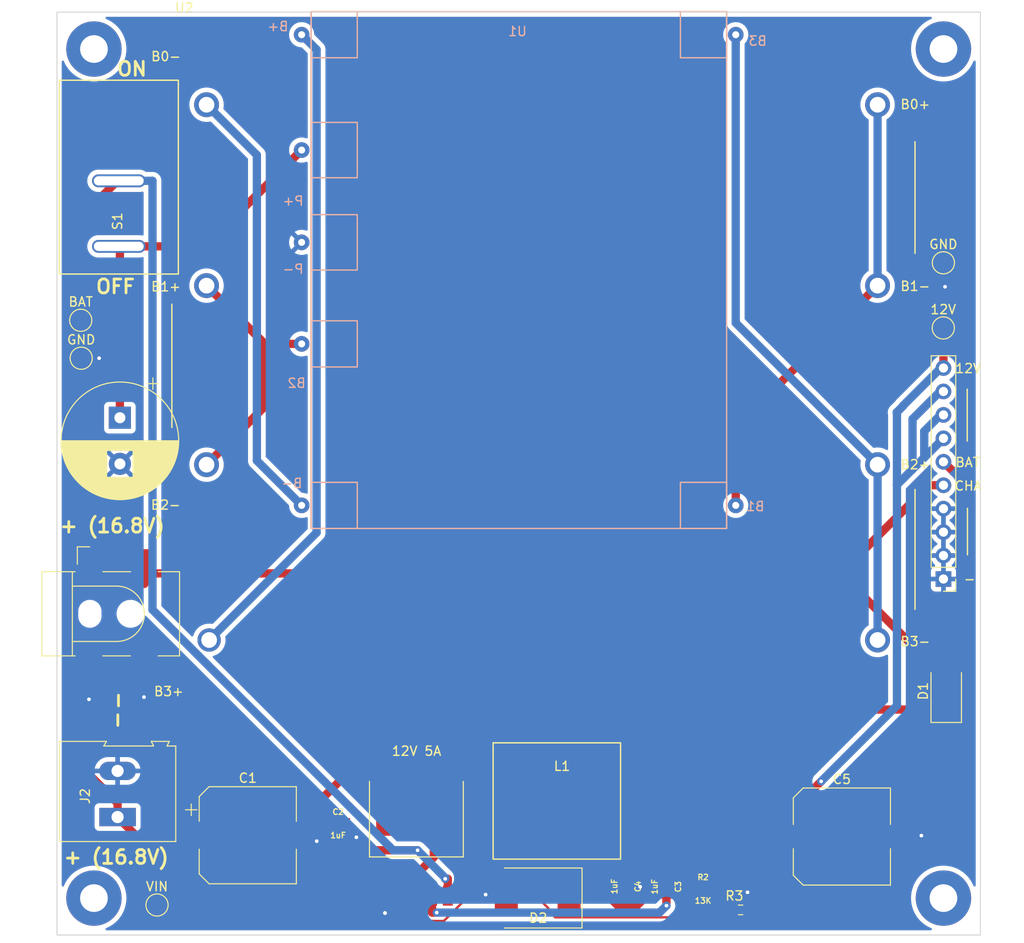
<source format=kicad_pcb>
(kicad_pcb (version 20211014) (generator pcbnew)
  (layers (0 "F.Cu" signal) (31 "B.Cu" signal) (34 "B.Paste" user) (35 "F.Paste" user) (36 "B.SilkS" user "B.Silkscreen") (37 "F.SilkS" user "F.Silkscreen") (38 "B.Mask" user) (39 "F.Mask" user) (44 "Edge.Cuts" user))
  (net 0 "")
  (net 1 "V_SENSE_BAT")
  (net 2 "GND")
  (net 3 "Net-(C3-Pad2)")
  (net 4 "Net-(C6-Pad1)")
  (net 5 "V_SENSE")
  (net 6 "Net-(D2-Pad1)")
  (net 7 "+12V")
  (net 8 "Net-(U1-Pad1)")
  (net 9 "Net-(U1-Pad2)")
  (net 10 "Net-(U1-Pad3)")
  (net 11 "Net-(U1-Pad4)")
  (net 12 "Net-(U1-Pad5)")
  (net 13 "Net-(R2-Pad2)")
  (footprint "TestPoint:TestPoint_Pad_D2.0mm" (layer "F.Cu") (at 95.99 27.16)
    (fp_text reference "GND" (at 0 -1.998) (layer "F.SilkS"))
    (fp_text value "TestPoint_Pad_D2.0mm")
    (pad "1" smd circle locked (at 0 0) (size 2 2) (layers "F.Cu" "F.Mask") (net 2 "GND"))
  )
  (footprint "Capacitors:0805" (layer "F.Cu") (at 66 94.77 -90)
    (fp_text reference "C3" (at 0 -1.27 90) (layer "F.SilkS") (effects (font (size 0.6096 0.6096) (thickness 0.127))))
    (fp_text value "1uF" (at 0 1.27 90) (layer "F.SilkS") (effects (font (size 0.6096 0.6096) (thickness 0.127))))
    (pad "1" smd rect locked (at -0.89916 0 270) (size 0.79756 1.19888) (layers "F.Cu" "F.Paste" "F.Mask") (net 1 "V_SENSE_BAT"))
    (pad "2" smd rect locked (at 0.89916 0 270) (size 0.79756 1.19888) (layers "F.Cu" "F.Paste" "F.Mask") (net 3 "Net-(C3-Pad2)"))
  )
  (footprint "Resistor_SMD:R_0603_1608Metric" (layer "F.Cu") (at 74.03 97.28)
    (fp_text reference "R3" (at -0.67 -1.52) (layer "F.SilkS"))
    (fp_text value "1.5K")
    (pad "1" smd roundrect locked (at -0.825 0) (size 0.8 0.95) (layers "F.Cu" "F.Paste" "F.Mask") (net 13 "Net-(R2-Pad2)"))
    (pad "2" smd roundrect locked (at 0.825 0) (size 0.8 0.95) (layers "F.Cu" "F.Paste" "F.Mask") (net 2 "GND"))
  )
  (footprint "Connector_BarrelJack:BarrelJack_CLIFF_FC681465S_SMT_Horizontal" (layer "F.Cu") (at 6.46 65.194)
    (fp_text reference "J1" hide)
    (fp_text value "Barrel_Jack_Switch")
    (pad "" np_thru_hole circle locked (at 1.5 0 90) (size 2 2) (drill 2) (layers *.Cu *.Mask))
    (pad "" np_thru_hole oval locked (at -2.9 0 90) (size 2 1.5) (drill oval 2 1.5) (layers *.Cu *.Mask))
    (pad "1" smd rect locked (at -3 -5.5 90) (size 3 2) (layers "F.Cu" "F.Paste" "F.Mask") (net 5 "V_SENSE"))
    (pad "1" smd rect locked (at 3 -5.5 90) (size 3 2) (layers "F.Cu" "F.Paste" "F.Mask") (net 5 "V_SENSE"))
    (pad "2" smd rect (at 3 5.5 90) (size 3 2) (layers "F.Cu" "F.Paste" "F.Mask") (net 2 "GND"))
    (pad "3" smd rect (at -3 5.5 90) (size 3 2) (layers "F.Cu" "F.Paste" "F.Mask") (net 2 "GND"))
  )
  (footprint "TestPoint:TestPoint_Pad_D2.0mm" (layer "F.Cu") (at 2.62 37.5)
    (fp_text reference "GND" (at 0 -1.998) (layer "F.SilkS"))
    (fp_text value "TestPoint_Pad_D2.0mm")
    (pad "1" smd circle locked (at 0 0) (size 2 2) (layers "F.Cu" "F.Mask") (net 2 "GND"))
  )
  (footprint "TestPoint:TestPoint_Pad_D2.0mm" (layer "F.Cu") (at 2.57 33.39)
    (fp_text reference "BAT" (at 0 -1.998) (layer "F.SilkS"))
    (fp_text value "TestPoint_Pad_D2.0mm")
    (pad "1" smd circle locked (at 0 0) (size 2 2) (layers "F.Cu" "F.Mask") (net 1 "V_SENSE_BAT"))
  )
  (footprint "Capacitors:0805" (layer "F.Cu") (at 61.64 94.7392 -90)
    (fp_text reference "C4" (at 0 -1.27 90) (layer "F.SilkS") (effects (font (size 0.6096 0.6096) (thickness 0.127))))
    (fp_text value "1uF" (at 0 1.27 90) (layer "F.SilkS") (effects (font (size 0.6096 0.6096) (thickness 0.127))))
    (pad "1" smd rect locked (at -0.89916 0 270) (size 0.79756 1.19888) (layers "F.Cu" "F.Paste" "F.Mask") (net 7 "+12V"))
    (pad "2" smd rect locked (at 0.89916 0 270) (size 0.79756 1.19888) (layers "F.Cu" "F.Paste" "F.Mask") (net 2 "GND"))
  )
  (footprint "MountingHole:MountingHole_3mm_Pad" (layer "F.Cu") (at 4 4)
    (fp_text reference "H2" hide)
    (fp_text value "MountingHole")
    (pad "1" thru_hole circle locked (at 0 0) (size 6 6) (drill 3) (layers *.Cu *.Mask))
  )
  (footprint "Diode_SMD:D_SMC" (layer "F.Cu") (at 52.06 95.99 180)
    (fp_text reference "D2" (at -0.05 -2.17) (layer "F.SilkS"))
    (fp_text value "B540")
    (pad "1" smd rect locked (at -3.4 0 270) (size 3.3 2.5) (layers "F.Cu" "F.Paste" "F.Mask") (net 6 "Net-(D2-Pad1)"))
    (pad "2" smd rect locked (at 3.4 0 270) (size 3.3 2.5) (layers "F.Cu" "F.Paste" "F.Mask") (net 2 "GND"))
  )
  (footprint "jildertTest:j18650_4" (layer "F.Cu") (at 13.775 0.035)
    (fp_text reference "U2" (at 0 -0.5 unlocked) (layer "F.SilkS"))
    (fp_text value "4_18650")
    (pad "1" thru_hole circle (at 2.42 10) (size 2.7 2.7) (drill 1.7) (layers *.Cu *.Mask) (net 8 "Net-(U1-Pad1)"))
    (pad "2" thru_hole circle (at 75.09 29.6) (size 2.7 2.7) (drill 1.7) (layers *.Cu *.Mask) (net 9 "Net-(U1-Pad2)"))
    (pad "3" thru_hole circle (at 2.42 49) (size 2.7 2.7) (drill 1.7) (layers *.Cu *.Mask) (net 10 "Net-(U1-Pad3)"))
    (pad "4" thru_hole circle (at 75.09 68) (size 2.7 2.7) (drill 1.7) (layers *.Cu *.Mask) (net 11 "Net-(U1-Pad4)"))
    (pad "5" thru_hole circle (at 2.7 68) (size 2.524 2.524) (drill 1.7) (layers *.Cu *.Mask) (net 12 "Net-(U1-Pad5)"))
    (pad "6" thru_hole circle (at 75.09 49) (size 2.7 2.7) (drill 1.7) (layers *.Cu *.Mask) (net 11 "Net-(U1-Pad4)"))
    (pad "7" thru_hole circle (at 2.42 29.6) (size 2.7 2.7) (drill 1.7) (layers *.Cu *.Mask) (net 10 "Net-(U1-Pad3)"))
    (pad "8" thru_hole circle (at 75.09 10) (size 2.7 2.7) (drill 1.7) (layers *.Cu *.Mask) (net 9 "Net-(U1-Pad2)"))
  )
  (footprint "Capacitor_SMD:CP_Elec_10x10" (layer "F.Cu") (at 20.66 89.19)
    (fp_text reference "C1" (at 0 -6.2) (layer "F.SilkS"))
    (fp_text value "220uF/50V")
    (pad "1" smd roundrect locked (at -4 0) (size 4 2.5) (layers "F.Cu" "F.Paste" "F.Mask") (roundrect_rratio 0.1) (net 1 "V_SENSE_BAT"))
    (pad "2" smd roundrect locked (at 4 0) (size 4 2.5) (layers "F.Cu" "F.Paste" "F.Mask") (roundrect_rratio 0.1) (net 2 "GND"))
  )
  (footprint "Connector_PinHeader_2.54mm:PinHeader_1x10_P2.54mm_Vertical" (layer "F.Cu") (at 96 61.425 180)
    (fp_text reference "J3" hide)
    (fp_text value "pinHeaders")
    (pad "1" thru_hole rect locked (at 0 0 180) (size 1.7 1.7) (drill 1) (layers *.Cu *.Mask) (net 2 "GND"))
    (pad "2" thru_hole oval locked (at 0 2.54 180) (size 1.7 1.7) (drill 1) (layers *.Cu *.Mask) (net 2 "GND"))
    (pad "3" thru_hole oval locked (at 0 5.08 180) (size 1.7 1.7) (drill 1) (layers *.Cu *.Mask) (net 2 "GND"))
    (pad "4" thru_hole oval locked (at 0 7.62 180) (size 1.7 1.7) (drill 1) (layers *.Cu *.Mask) (net 2 "GND"))
    (pad "5" thru_hole oval locked (at 0 10.16 180) (size 1.7 1.7) (drill 1) (layers *.Cu *.Mask) (net 5 "V_SENSE"))
    (pad "6" thru_hole oval locked (at 0 12.7 180) (size 1.7 1.7) (drill 1) (layers *.Cu *.Mask) (net 1 "V_SENSE_BAT"))
    (pad "7" thru_hole oval locked (at 0 15.24 180) (size 1.7 1.7) (drill 1) (layers *.Cu *.Mask) (net 7 "+12V"))
    (pad "8" thru_hole oval locked (at 0 17.78 180) (size 1.7 1.7) (drill 1) (layers *.Cu *.Mask) (net 7 "+12V"))
    (pad "9" thru_hole oval locked (at 0 20.32 180) (size 1.7 1.7) (drill 1) (layers *.Cu *.Mask) (net 7 "+12V"))
    (pad "10" thru_hole oval locked (at 0 22.86 180) (size 1.7 1.7) (drill 1) (layers *.Cu *.Mask) (net 7 "+12V"))
  )
  (footprint "Diode_SMD:D_SMA" (layer "F.Cu") (at 96.3 73.57 90)
    (fp_text reference "D1" (at 0 -2.5 90) (layer "F.SilkS"))
    (fp_text value "D")
    (pad "1" smd rect locked (at -2 0 90) (size 2.5 1.8) (layers "F.Cu" "F.Paste" "F.Mask") (net 1 "V_SENSE_BAT"))
    (pad "2" smd rect locked (at 2 0 90) (size 2.5 1.8) (layers "F.Cu" "F.Paste" "F.Mask") (net 5 "V_SENSE"))
  )
  (footprint "TestPoint:TestPoint_Pad_D2.0mm" (layer "F.Cu") (at 10.83 96.75)
    (fp_text reference "VIN" (at 0 -1.998) (layer "F.SilkS"))
    (fp_text value "TestPoint_Pad_D2.0mm")
    (pad "1" smd circle locked (at 0 0) (size 2 2) (layers "F.Cu" "F.Mask") (net 5 "V_SENSE"))
  )
  (footprint "TestPoint:TestPoint_Pad_D2.0mm" (layer "F.Cu") (at 95.98 34.22)
    (fp_text reference "12V" (at 0 -1.998) (layer "F.SilkS"))
    (fp_text value "TestPoint_Pad_D2.0mm")
    (pad "1" smd circle locked (at 0 0) (size 2 2) (layers "F.Cu" "F.Mask") (net 7 "+12V"))
  )
  (footprint "Resistors:0805" (layer "F.Cu") (at 69.97 95.01)
    (fp_text reference "R2" (at 0 -1.27) (layer "F.SilkS") (effects (font (size 0.6096 0.6096) (thickness 0.127))))
    (fp_text value "13K" (at 0 1.27) (layer "F.SilkS") (effects (font (size 0.6096 0.6096) (thickness 0.127))))
    (pad "1" smd rect locked (at -0.89916 0) (size 0.79756 1.19888) (layers "F.Cu" "F.Paste" "F.Mask") (net 7 "+12V"))
    (pad "2" smd rect locked (at 0.89916 0) (size 0.79756 1.19888) (layers "F.Cu" "F.Paste" "F.Mask") (net 13 "Net-(R2-Pad2)"))
  )
  (footprint "TerminalBlock:TerminalBlock_Altech_AK300-2_P5.00mm" (layer "F.Cu") (at 6.56 87.22 90)
    (fp_text reference "J2" (at 2.27 -3.51 90) (layer "F.SilkS"))
    (fp_text value "External Jack")
    (pad "1" thru_hole rect locked (at 0 0 90) (size 1.98 3.96) (drill 1.32) (layers *.Cu *.Mask) (net 5 "V_SENSE"))
    (pad "2" thru_hole oval locked (at 5 0 90) (size 1.98 3.96) (drill 1.32) (layers *.Cu *.Mask) (net 2 "GND"))
  )
  (footprint "MountingHole:MountingHole_3mm_Pad" (layer "F.Cu") (at 4 96)
    (fp_text reference "H1" hide)
    (fp_text value "MountingHole")
    (pad "1" thru_hole circle locked (at 0 0) (size 6 6) (drill 3) (layers *.Cu *.Mask))
  )
  (footprint "XL4015:CONV_XL4015" (layer "F.Cu") (at 38.92 85.405 90)
    (fp_text reference "U3" hide)
    (fp_text value "XL4015")
    (pad "1" smd rect locked (at -10.335 -3.4 90) (size 2.16 1.07) (layers "F.Cu" "F.Paste" "F.Mask") (net 2 "GND"))
    (pad "2" smd rect locked (at -10.335 -1.7 90) (size 2.16 1.07) (layers "F.Cu" "F.Paste" "F.Mask") (net 13 "Net-(R2-Pad2)"))
    (pad "3" smd rect locked (at -10.335 0 90) (size 2.16 1.07) (layers "F.Cu" "F.Paste" "F.Mask") (net 6 "Net-(D2-Pad1)"))
    (pad "3.1" smd custom locked (at 0 0 90) (size 1.27 0.635) (layers "F.Cu") (net 6 "Net-(D2-Pad1)") (options (clearance outline) (anchor rect)) (primitives (gr_poly (pts (xy 3.835 5.4) (xy 2.365 5.4) (xy 2.365 4.35) (xy -3.835 4.35) (xy -3.835 -4.35) (xy 2.365 -4.35) (xy 2.365 -5.4) (xy 3.835 -5.4)) (width 0.01) (fill yes))))
    (pad "4" smd rect locked (at -10.335 1.7 90) (size 2.16 1.07) (layers "F.Cu" "F.Paste" "F.Mask") (net 3 "Net-(C3-Pad2)"))
    (pad "5" smd rect locked (at -10.335 3.4 90) (size 2.16 1.07) (layers "F.Cu" "F.Paste" "F.Mask") (net 1 "V_SENSE_BAT"))
  )
  (footprint "MountingHole:MountingHole_3mm_Pad" (layer "F.Cu") (at 96 4)
    (fp_text reference "H3" hide)
    (fp_text value "MountingHole")
    (pad "1" thru_hole circle locked (at 0 0) (size 6 6) (drill 3) (layers *.Cu *.Mask))
  )
  (footprint "jildertTest:YSPI1365" (layer "F.Cu") (at 47.23 79.1775)
    (fp_text reference "L1" (at 7.46 2.53 unlocked) (layer "F.SilkS"))
    (fp_text value "47uH/5A")
    (pad "1" smd rect (at 1.28 6.3) (size 3.25 4.5) (layers "F.Cu" "F.Paste" "F.Mask") (net 6 "Net-(D2-Pad1)"))
    (pad "2" smd rect (at 12.55 6.3) (size 3.25 4.5) (layers "F.Cu" "F.Paste" "F.Mask") (net 7 "+12V"))
  )
  (footprint "Capacitor_THT:CP_Radial_D12.5mm_P5.00mm" (layer "F.Cu") (at 6.81 43.95 -90)
    (fp_text reference "C6" hide)
    (fp_text value "C_Polarized")
    (pad "1" thru_hole rect locked (at 0 0 270) (size 2.4 2.4) (drill 1.2) (layers *.Cu *.Mask) (net 4 "Net-(C6-Pad1)"))
    (pad "2" thru_hole circle locked (at 5 0 270) (size 2.4 2.4) (drill 1.2) (layers *.Cu *.Mask) (net 2 "GND"))
  )
  (footprint "Capacitors:0805" (layer "F.Cu") (at 30.44 87.93)
    (fp_text reference "C2" (at 0 -1.27) (layer "F.SilkS") (effects (font (size 0.6096 0.6096) (thickness 0.127))))
    (fp_text value "1uF" (at 0 1.27) (layer "F.SilkS") (effects (font (size 0.6096 0.6096) (thickness 0.127))))
    (pad "1" smd rect locked (at -0.89916 0) (size 0.79756 1.19888) (layers "F.Cu" "F.Paste" "F.Mask") (net 1 "V_SENSE_BAT"))
    (pad "2" smd rect locked (at 0.89916 0) (size 0.79756 1.19888) (layers "F.Cu" "F.Paste" "F.Mask") (net 2 "GND"))
  )
  (footprint "Capacitor_SMD:C_Elec_10x10.2" (layer "F.Cu") (at 85 89.33)
    (fp_text reference "C5" (at 0 -6.2) (layer "F.SilkS"))
    (fp_text value "330uF/25V")
    (pad "1" smd roundrect locked (at -4.4 0) (size 4.6 2.1) (layers "F.Cu" "F.Paste" "F.Mask") (roundrect_rratio 0.1190480952) (net 7 "+12V"))
    (pad "2" smd roundrect locked (at 4.4 0) (size 4.6 2.1) (layers "F.Cu" "F.Paste" "F.Mask") (roundrect_rratio 0.1190480952) (net 2 "GND"))
  )
  (footprint "jildertTest:MR1-110-C5N-BB" (layer "F.Cu") (at 6.69 25.38 90)
    (fp_text reference "S1" (at 2.72 -0.14 90 unlocked) (layer "F.SilkS"))
    (fp_text value "killSwitch")
    (pad "1" thru_hole oval locked (at 0 0 90) (size 1.4 5.8) (drill oval 1 5.4) (layers *.Cu *.Mask) (net 4 "Net-(C6-Pad1)"))
    (pad "2" thru_hole oval locked (at 7.1 0 90) (size 1.4 5.8) (drill oval 1 5.4) (layers *.Cu *.Mask) (net 1 "V_SENSE_BAT"))
  )
  (footprint "MountingHole:MountingHole_3mm_Pad" (layer "F.Cu") (at 96 96)
    (fp_text reference "H4" hide)
    (fp_text value "MountingHole")
    (pad "1" thru_hole circle locked (at 0 0) (size 6 6) (drill 3) (layers *.Cu *.Mask))
  )
  (footprint "jildertTest:jBMS" (layer "B.Cu") (at 72.515 -0.0525 180)
    (fp_text reference "U1" (at 22.645 -2.1425 unlocked) (layer "B.SilkS") (effects (justify mirror)))
    (fp_text value "4S_BMS")
    (fp_text user "B2" (at 46.565 -40.2525 unlocked) (layer "B.SilkS") (effects (justify mirror)))
    (fp_text user "P+" (at 46.945 -20.5225 unlocked) (layer "B.SilkS") (effects (justify mirror)))
    (fp_text user "B1" (at -3.115 -53.6125 unlocked) (layer "B.SilkS") (effects (justify mirror)))
    (fp_text user "B+" (at 48.585 -1.6025 unlocked) (layer "B.SilkS") (effects (justify mirror)))
    (fp_text user "B3" (at -3.365 -3.1725 unlocked) (layer "B.SilkS") (effects (justify mirror)))
    (fp_text user "P-" (at 46.945 -27.9025 unlocked) (layer "B.SilkS") (effects (justify mirror)))
    (fp_text user "B-" (at 47.075 -51.1025 unlocked) (layer "B.SilkS") (effects (justify mirror)))
    (pad "1" thru_hole circle (at 46.02 -53.5 180) (size 1.7 1.7) (drill 0.762) (layers *.Cu *.Mask) (net 8 "Net-(U1-Pad1)"))
    (pad "2" thru_hole circle (at -0.99 -53.5 180) (size 1.7 1.7) (drill 0.762) (layers *.Cu *.Mask) (net 9 "Net-(U1-Pad2)"))
    (pad "3" thru_hole circle (at 46.02 -36 180) (size 1.7 1.7) (drill 0.762) (layers *.Cu *.Mask) (net 10 "Net-(U1-Pad3)"))
    (pad "4" thru_hole circle (at -0.99 -2.5 180) (size 1.7 1.7) (drill 0.762) (layers *.Cu *.Mask) (net 11 "Net-(U1-Pad4)"))
    (pad "5" thru_hole circle (at 46.02 -2.5 180) (size 1.7 1.7) (drill 0.762) (layers *.Cu *.Mask) (net 12 "Net-(U1-Pad5)"))
    (pad "6" thru_hole circle (at 46.02 -15 180) (size 1.7 1.7) (drill 0.762) (layers *.Cu *.Mask) (net 4 "Net-(C6-Pad1)"))
    (pad "7" thru_hole circle (at 46.02 -25 180) (size 1.7 1.7) (drill 0.762) (layers *.Cu *.Mask) (net 2 "GND"))
  )
  (gr_line (start 98.57 40.86) (end 98.57 46.47) (layer "F.SilkS") (width 0.15))
  (gr_line (start 92.92 51.72) (end 92.92 64.71) (layer "F.SilkS") (width 0.15))
  (gr_line (start 98.6 53.76) (end 98.6 58.8) (layer "F.SilkS") (width 0.15))
  (gr_line (start 92.92 14.04) (end 92.92 26.14) (layer "F.SilkS") (width 0.15))
  (gr_line (start 12.44 31.65) (end 12.44 45) (layer "F.SilkS") (width 0.15))
  (gr_rect locked (start 0 0) (end 100 100) (layer "Edge.Cuts") (width 0.1) (fill none))
  (gr_text "B0-" (at 11.8 4.81) (layer "F.SilkS") (effects (font (size 1 1))))
  (gr_text "B1-" (at 92.95 29.7) (layer "F.SilkS") (effects (font (size 1 1))))
  (gr_text "12V 5A" (at 38.94 80.07) (layer "F.SilkS") (effects (font (size 1 1))))
  (gr_text "12V" (at 98.68 38.61) (layer "F.SilkS") (effects (font (size 1 1))))
  (gr_text "B3-" (at 92.95 68.2) (layer "F.SilkS") (effects (font (size 1 1))))
  (gr_text "-" (at 6.48 76.71 90) (layer "F.SilkS") (effects (font (size 1.5 1.5) (thickness 0.3))))
  (gr_text "+ (16.8V)" (at 5.99 55.663959) (layer "F.SilkS") (effects (font (size 1.5 1.5) (thickness 0.3))))
  (gr_text "CHA" (at 98.67 51.34) (layer "F.SilkS") (effects (font (size 1 1))))
  (gr_text "+ (16.8V)" (at 6.42 91.56) (layer "F.SilkS") (effects (font (size 1.5 1.5) (thickness 0.3))))
  (gr_text "B2+" (at 92.95 49.03) (layer "F.SilkS") (effects (font (size 1 1))))
  (gr_text "OFF" (at 6.33 29.74) (layer "F.SilkS") (effects (font (size 1.5 1.5) (thickness 0.3))))
  (gr_text "B0+" (at 92.95 10) (layer "F.SilkS") (effects (font (size 1 1))))
  (gr_text "B2-" (at 11.77 53.4) (layer "F.SilkS") (effects (font (size 1 1))))
  (gr_text "B1+" (at 11.8 29.75) (layer "F.SilkS") (effects (font (size 1 1))))
  (gr_text "ON" (at 8.12 6.16) (layer "F.SilkS") (effects (font (size 1.5 1.5) (thickness 0.3))))
  (gr_text "-" (at 6.55 74.593959 90) (layer "F.SilkS") (effects (font (size 1.5 1.5) (thickness 0.3))))
  (gr_text "BAT" (at 98.62 48.79) (layer "F.SilkS") (effects (font (size 1 1))))
  (gr_text "B3+" (at 12.11 73.61) (layer "F.SilkS") (effects (font (size 1 1))))
  (gr_text "-" (at 98.83 61.43) (layer "F.SilkS") (effects (font (size 1 1))))
  (segment (start 64.6503 93.8708) (end 64.6503 94.966078) (width 0.9) (layer "F.Cu") (net 1))
  (segment (start 96.3 75.57) (end 97.9503 75.57) (width 0.9) (layer "F.Cu") (net 1))
  (segment (start 64.6503 94.966078) (end 62.778498 96.83788) (width 0.9) (layer "F.Cu") (net 1))
  (segment (start 42.32 95.74) (end 42.32 93.9097) (width 0.9) (layer "F.Cu") (net 1))
  (segment (start 16.66 89.19) (end 18.6861 87.1639) (width 0.9) (layer "F.Cu") (net 1))
  (segment (start 66 93.8708) (end 64.6503 93.8708) (width 0.9) (layer "F.Cu") (net 1))
  (segment (start 62.778498 96.83788) (end 60.76388 96.83788) (width 0.9) (layer "F.Cu") (net 1))
  (segment (start 2.55 22.28) (end 6.48 18.35) (width 0.9) (layer "F.Cu") (net 1))
  (segment (start 28.3512 87.1639) (end 28.3512 85.5738) (width 0.9) (layer "F.Cu") (net 1))
  (segment (start 29.5408 87.93) (end 28.3917 87.93) (width 0.9) (layer "F.Cu") (net 1))
  (segment (start 2.57 33.39) (end 2.57 25.25007) (width 0.9) (layer "F.Cu") (net 1))
  (segment (start 60.76388 96.83788) (end 56.8004 92.8744) (width 0.9) (layer "F.Cu") (net 1))
  (segment (start 63.8948 75.57) (end 96.3 75.57) (width 0.9) (layer "F.Cu") (net 1))
  (segment (start 28.3512 87.1639) (end 28.3917 87.2044) (width 0.9) (layer "F.Cu") (net 1))
  (segment (start 2.55 25.23007) (end 2.55 22.28) (width 0.9) (layer "F.Cu") (net 1))
  (segment (start 29.5408 87.93) (end 29.5408 89.2797) (width 0.9) (layer "F.Cu") (net 1))
  (segment (start 29.5408 89.2797) (end 31.0797 90.8186) (width 0.9) (layer "F.Cu") (net 1))
  (segment (start 56.8004 92.8744) (end 56.8004 82.6644) (width 0.9) (layer "F.Cu") (net 1))
  (segment (start 42.32 93.9097) (end 42.039 93.9097) (width 0.9) (layer "F.Cu") (net 1))
  (segment (start 33.1277 80.7973) (end 54.9333 80.7973) (width 0.9) (layer "F.Cu") (net 1))
  (segment (start 56.8004 82.6644) (end 63.8948 75.57) (width 0.9) (layer "F.Cu") (net 1))
  (segment (start 31.0797 90.8186) (end 39.0505 90.8186) (width 0.9) (layer "F.Cu") (net 1))
  (segment (start 28.3917 87.2044) (end 28.3917 87.93) (width 0.9) (layer "F.Cu") (net 1))
  (segment (start 28.3512 85.5738) (end 33.1277 80.7973) (width 0.9) (layer "F.Cu") (net 1))
  (segment (start 18.6861 87.1639) (end 28.3512 87.1639) (width 0.9) (layer "F.Cu") (net 1))
  (segment (start 97.9503 50.6753) (end 96 48.725) (width 0.9) (layer "F.Cu") (net 1))
  (segment (start 2.57 25.25007) (end 2.55 25.23007) (width 0.9) (layer "F.Cu") (net 1))
  (segment (start 54.9333 80.7973) (end 56.8004 82.6644) (width 0.9) (layer "F.Cu") (net 1))
  (segment (start 97.9503 75.57) (end 97.9503 50.6753) (width 0.9) (layer "F.Cu") (net 1))
  (via (at 42.039 93.9097) (size 0.8) (drill 0.4) (layers "F.Cu" "B.Cu") (net 1))
  (via (at 39.0505 90.8186) (size 0.8) (drill 0.4) (layers "F.Cu" "B.Cu") (net 1))
  (segment (start 6.69 18.28) (end 10.3403 18.28) (width 0.9) (layer "B.Cu") (net 1))
  (segment (start 42.039 93.8071) (end 42.039 93.9097) (width 0.9) (layer "B.Cu") (net 1))
  (segment (start 36.4009 90.8186) (end 39.0505 90.8186) (width 0.9) (layer "B.Cu") (net 1))
  (segment (start 39.0505 90.8186) (end 42.039 93.8071) (width 0.9) (layer "B.Cu") (net 1))
  (segment (start 10.3403 18.28) (end 10.3403 64.758) (width 0.9) (layer "B.Cu") (net 1))
  (segment (start 10.3403 64.758) (end 36.4009 90.8186) (width 0.9) (layer "B.Cu") (net 1))
  (segment (start 31.33916 87.93) (end 31.33916 88.32916) (width 0.9) (layer "F.Cu") (net 2))
  (segment (start 89.4 89.33) (end 93.51 89.33) (width 0.9) (layer "F.Cu") (net 2))
  (segment (start 62.28164 95.63836) (end 63.15 94.77) (width 0.9) (layer "F.Cu") (net 2))
  (segment (start 96.36 29.57) (end 96.17 29.76) (width 0.9) (layer "F.Cu") (net 2))
  (segment (start 9.46 74.18) (end 9.42 74.22) (width 0.9) (layer "F.Cu") (net 2))
  (segment (start 27.49 89.19) (end 28.13 89.83) (width 0.9) (layer "F.Cu") (net 2))
  (segment (start 74.92916 97.28) (end 74.92916 95.51916) (width 0.9) (layer "F.Cu") (net 2))
  (segment (start 95.99 27.16) (end 96.36 27.16) (width 0.9) (layer "F.Cu") (net 2))
  (segment (start 24.66 89.19) (end 27.49 89.19) (width 0.9) (layer "F.Cu") (net 2))
  (segment (start 74.92916 95.51916) (end 74.78 95.37) (width 0.9) (layer "F.Cu") (net 2))
  (segment (start 61.64 95.63836) (end 62.28164 95.63836) (width 0.9) (layer "F.Cu") (net 2))
  (segment (start 9.46 70.694) (end 9.46 74.18) (width 0.9) (layer "F.Cu") (net 2))
  (segment (start 46.79 95.99) (end 46.42 95.62) (width 0.9) (layer "F.Cu") (net 2))
  (segment (start 93.51 89.33) (end 93.61 89.23) (width 0.9) (layer "F.Cu") (net 2))
  (segment (start 96.36 27.16) (end 96.36 29.57) (width 0.9) (layer "F.Cu") (net 2))
  (segment (start 48.66 95.99) (end 46.79 95.99) (width 0.9) (layer "F.Cu") (net 2))
  (segment (start 2.62 37.5) (end 4.56 37.5) (width 0.9) (layer "F.Cu") (net 2))
  (segment (start 2.62 37.5) (end 2.62 37.86) (width 0.9) (layer "F.Cu") (net 2))
  (segment (start 3.46 70.694) (end 3.46 74.46) (width 0.9) (layer "F.Cu") (net 2))
  (segment (start 31.33916 88.32916) (end 32.42 89.41) (width 0.9) (layer "F.Cu") (net 2))
  (segment (start 35.52 95.74) (end 35.52 97.63) (width 0.9) (layer "F.Cu") (net 2))
  (via (at 63.15 94.77) (size 0.8) (drill 0.4) (layers "F.Cu" "B.Cu") (net 2))
  (via (at 46.42 95.62) (size 0.8) (drill 0.4) (layers "F.Cu" "B.Cu") (net 2))
  (via (at 4.56 37.5) (size 0.8) (drill 0.4) (layers "F.Cu" "B.Cu") (net 2))
  (via (at 32.42 89.41) (size 0.8) (drill 0.4) (layers "F.Cu" "B.Cu") (net 2))
  (via (at 93.61 89.23) (size 0.8) (drill 0.4) (layers "F.Cu" "B.Cu") (net 2))
  (via (at 28.13 89.83) (size 0.8) (drill 0.4) (layers "F.Cu" "B.Cu") (net 2))
  (via (at 35.52 97.63) (size 0.8) (drill 0.4) (layers "F.Cu" "B.Cu") (net 2))
  (via (at 9.42 74.22) (size 0.8) (drill 0.4) (layers "F.Cu" "B.Cu") (net 2))
  (via (at 3.46 74.46) (size 0.8) (drill 0.4) (layers "F.Cu" "B.Cu") (net 2))
  (via (at 74.78 95.37) (size 0.8) (drill 0.4) (layers "F.Cu" "B.Cu") (net 2))
  (via (at 96.17 29.76) (size 0.8) (drill 0.4) (layers "F.Cu" "B.Cu") (net 2))
  (segment (start 6.81 48.95) (end 6.56 49.2) (width 0.25) (layer "B.Cu") (net 2))
  (segment (start 96 58.885) (end 96 61.425) (width 0.25) (layer "B.Cu") (net 2))
  (segment (start 40.62 97.5703) (end 41.1258 97.5703) (width 0.9) (layer "F.Cu") (net 3))
  (segment (start 66 95.6692) (end 66 96.8183) (width 0.9) (layer "F.Cu") (net 3))
  (segment (start 40.62 95.74) (end 40.62 97.5703) (width 0.9) (layer "F.Cu") (net 3))
  (via (at 41.1258 97.5703) (size 0.8) (drill 0.4) (layers "F.Cu" "B.Cu") (net 3))
  (via (at 66 96.8183) (size 0.8) (drill 0.4) (layers "F.Cu" "B.Cu") (net 3))
  (segment (start 65.248 97.5703) (end 66 96.8183) (width 0.9) (layer "B.Cu") (net 3))
  (segment (start 41.1258 97.5703) (end 65.248 97.5703) (width 0.9) (layer "B.Cu") (net 3))
  (segment (start 6.81 25.38) (end 6.69 25.38) (width 0.9) (layer "F.Cu") (net 4))
  (segment (start 16.0625 25.38) (end 6.81 25.38) (width 0.9) (layer "F.Cu") (net 4))
  (segment (start 6.81 25.38) (end 6.81 43.95) (width 0.9) (layer "F.Cu") (net 4))
  (segment (start 26.495 14.9475) (end 16.0625 25.38) (width 0.9) (layer "F.Cu") (net 4))
  (segment (start 9.46 60.8191) (end 9.46 61.9443) (width 0.9) (layer "F.Cu") (net 5))
  (segment (start 9.46 60.8191) (end 84.8456 60.8191) (width 0.9) (layer "F.Cu") (net 5))
  (segment (start 6.56 87.22) (end 6.56 85.4797) (width 0.9) (layer "F.Cu") (net 5))
  (segment (start 94.6497 70.6232) (end 84.8456 60.8191) (width 0.9) (layer "F.Cu") (net 5))
  (segment (start 1.7097 80.8469) (end 1.7097 63.6946) (width 0.9) (layer "F.Cu") (net 5))
  (segment (start 10.83 96.75) (end 10.83 91.5) (width 0.9) (layer "F.Cu") (net 5))
  (segment (start 96 51.265) (end 94.3997 51.265) (width 0.9) (layer "F.Cu") (net 5))
  (segment (start 10.83 91.5) (end 6.5 87.17) (width 0.9) (layer "F.Cu") (net 5))
  (segment (start 84.8456 60.8191) (end 94.3997 51.265) (width 0.9) (layer "F.Cu") (net 5))
  (segment (start 3.46 59.694) (end 3.46 60.8191) (width 0.9) (layer "F.Cu") (net 5))
  (segment (start 96.3 71.57) (end 94.6497 71.57) (width 0.9) (layer "F.Cu") (net 5))
  (segment (start 1.7097 63.6946) (end 3.46 61.9443) (width 0.9) (layer "F.Cu") (net 5))
  (segment (start 6.3425 85.4797) (end 1.7097 80.8469) (width 0.9) (layer "F.Cu") (net 5))
  (segment (start 3.46 60.8191) (end 3.46 61.9443) (width 0.9) (layer "F.Cu") (net 5))
  (segment (start 4.5852 61.9443) (end 9.46 61.9443) (width 0.9) (layer "F.Cu") (net 5))
  (segment (start 3.46 60.8191) (end 4.5852 61.9443) (width 0.9) (layer "F.Cu") (net 5))
  (segment (start 6.56 85.4797) (end 6.3425 85.4797) (width 0.9) (layer "F.Cu") (net 5))
  (segment (start 9.46 59.694) (end 9.46 60.8191) (width 0.9) (layer "F.Cu") (net 5))
  (segment (start 94.6497 71.57) (end 94.6497 70.6232) (width 0.9) (layer "F.Cu") (net 5))
  (segment (start 40.8058 86.9776) (end 40.4926 86.9776) (width 0.9) (layer "F.Cu") (net 6))
  (segment (start 48.51 85.4775) (end 48.51 86.9776) (width 0.9) (layer "F.Cu") (net 6))
  (segment (start 38.92 93.4502) (end 38.92 95.74) (width 0.9) (layer "F.Cu") (net 6))
  (segment (start 55.46 95.99) (end 55.46 93.5897) (width 0.9) (layer "F.Cu") (net 6))
  (segment (start 40.8058 91.5644) (end 38.92 93.4502) (width 0.9) (layer "F.Cu") (net 6))
  (segment (start 48.51 86.9776) (end 40.8058 86.9776) (width 0.9) (layer "F.Cu") (net 6))
  (segment (start 50.3481 88.4778) (end 55.46 93.5897) (width 0.9) (layer "F.Cu") (net 6))
  (segment (start 48.51 86.9776) (end 48.51 88.4778) (width 0.9) (layer "F.Cu") (net 6))
  (segment (start 48.51 88.4778) (end 50.3481 88.4778) (width 0.9) (layer "F.Cu") (net 6))
  (segment (start 40.8058 86.9776) (end 40.8058 91.5644) (width 0.9) (layer "F.Cu") (net 6))
  (segment (start 40.4926 86.9776) (end 38.92 85.405) (width 0.9) (layer "F.Cu") (net 6))
  (segment (start 69.0708 95.01) (end 69.0708 93.6603) (width 0.9) (layer "F.Cu") (net 7))
  (segment (start 59.78 85.4775) (end 59.78 88.4778) (width 0.9) (layer "F.Cu") (net 7))
  (segment (start 73.4011 89.33) (end 80.6 89.33) (width 0.9) (layer "F.Cu") (net 7))
  (segment (start 61.64 93.84) (end 61.64 92.6909) (width 0.9) (layer "F.Cu") (net 7))
  (segment (start 68.0809 92.6704) (end 69.0708 93.6603) (width 0.9) (layer "F.Cu") (net 7))
  (segment (start 69.0708 93.6603) (end 73.4011 89.33) (width 0.9) (layer "F.Cu") (net 7))
  (segment (start 96 34.13) (end 96.02 34.11) (width 0.9) (layer "F.Cu") (net 7))
  (segment (start 61.6605 90.3583) (end 61.6605 92.6704) (width 0.9) (layer "F.Cu") (net 7))
  (segment (start 80.6 85.5046) (end 82.7589 83.3457) (width 0.9) (layer "F.Cu") (net 7))
  (segment (start 61.6605 92.6704) (end 61.64 92.6909) (width 0.9) (layer "F.Cu") (net 7))
  (segment (start 96 38.565) (end 96 34.13) (width 0.9) (layer "F.Cu") (net 7))
  (segment (start 59.78 88.4778) (end 61.6605 90.3583) (width 0.9) (layer "F.Cu") (net 7))
  (segment (start 80.6 89.33) (end 80.6 85.5046) (width 0.9) (layer "F.Cu") (net 7))
  (segment (start 61.6605 92.6704) (end 68.0809 92.6704) (width 0.9) (layer "F.Cu") (net 7))
  (via (at 82.7589 83.3457) (size 0.8) (drill 0.4) (layers "F.Cu" "B.Cu") (net 7))
  (segment (start 92.6525 44.0875) (end 95.64 41.1) (width 0.9) (layer "B.Cu") (net 7))
  (segment (start 92.6525 49.5325) (end 92.6525 44.0875) (width 0.9) (layer "B.Cu") (net 7))
  (segment (start 91.6225 50.5625) (end 92.6525 49.5325) (width 0.9) (layer "B.Cu") (net 7))
  (segment (start 93.9175 48.2675) (end 93.9175 45.4125) (width 0.9) (layer "B.Cu") (net 7))
  (segment (start 91.6225 42.6875) (end 90.93 43.38) (width 0.9) (layer "B.Cu") (net 7))
  (segment (start 91.6225 42.6475) (end 95.8 38.47) (width 0.9) (layer "B.Cu") (net 7))
  (segment (start 95.8 38.47) (end 96.05 38.47) (width 0.9) (layer "B.Cu") (net 7))
  (segment (start 82.7589 83.3457) (end 90.9654 75.1392) (width 0.9) (layer "B.Cu") (net 7))
  (segment (start 90.9654 75.1392) (end 90.9654 51.2196) (width 0.9) (layer "B.Cu") (net 7))
  (segment (start 92.6525 49.5325) (end 93.9175 48.2675) (width 0.9) (layer "B.Cu") (net 7))
  (segment (start 90.9654 51.2196) (end 91.6225 50.5625) (width 0.9) (layer "B.Cu") (net 7))
  (segment (start 90.93 43.38) (end 90.964511 43.414511) (width 0.9) (layer "B.Cu") (net 7))
  (segment (start 95.64 41.1) (end 95.95 41.1) (width 0.9) (layer "B.Cu") (net 7))
  (segment (start 91.6225 42.6475) (end 91.6225 42.6875) (width 0.9) (layer "B.Cu") (net 7))
  (segment (start 95.64 43.69) (end 96.05 43.69) (width 0.9) (layer "B.Cu") (net 7))
  (segment (start 90.964511 51.218711) (end 90.9654 51.2196) (width 0.9) (layer "B.Cu") (net 7))
  (segment (start 90.964511 43.414511) (end 90.964511 51.218711) (width 0.9) (layer "B.Cu") (net 7))
  (segment (start 93.9175 45.4125) (end 95.64 43.69) (width 0.9) (layer "B.Cu") (net 7))
  (segment (start 93.9175 48.2675) (end 96 46.185) (width 0.9) (layer "B.Cu") (net 7))
  (segment (start 21.6446 48.5971) (end 21.6446 15.4846) (width 0.9) (layer "B.Cu") (net 8))
  (segment (start 21.6446 15.4846) (end 16.195 10.035) (width 0.9) (layer "B.Cu") (net 8))
  (segment (start 26.495 53.4475) (end 21.6446 48.5971) (width 0.9) (layer "B.Cu") (net 8))
  (segment (start 73.505 53.4475) (end 73.505 44.995) (width 0.9) (layer "F.Cu") (net 9))
  (segment (start 73.505 44.995) (end 88.865 29.635) (width 0.9) (layer "F.Cu") (net 9))
  (segment (start 88.865 10.035) (end 88.865 29.635) (width 0.9) (layer "B.Cu") (net 9))
  (segment (start 26.495 35.9475) (end 22.5075 35.9475) (width 0.9) (layer "F.Cu") (net 10))
  (segment (start 22.5075 35.9475) (end 22.5075 42.7225) (width 0.9) (layer "F.Cu") (net 10))
  (segment (start 22.5075 42.7225) (end 16.195 49.035) (width 0.9) (layer "F.Cu") (net 10))
  (segment (start 22.5075 35.9475) (end 16.195 29.635) (width 0.9) (layer "F.Cu") (net 10))
  (segment (start 88.865 49.035) (end 88.865 68.035) (width 0.9) (layer "B.Cu") (net 11))
  (segment (start 73.505 2.4475) (end 73.505 33.675) (width 0.9) (layer "B.Cu") (net 11))
  (segment (start 73.505 33.675) (end 88.865 49.035) (width 0.9) (layer "B.Cu") (net 11))
  (segment (start 28.1118 4.0643) (end 28.1118 56.3982) (width 0.9) (layer "B.Cu") (net 12))
  (segment (start 28.1118 56.3982) (end 16.475 68.035) (width 0.9) (layer "B.Cu") (net 12))
  (segment (start 26.495 2.4475) (end 28.1118 4.0643) (width 0.9) (layer "B.Cu") (net 12))
  (segment (start 37.22 95.74) (end 37.22 97.1453) (width 0.25) (layer "F.Cu") (net 13))
  (segment (start 70.7108 95.5841) (end 72.4067 97.28) (width 0.25) (layer "F.Cu") (net 13))
  (segment (start 38.5518 98.4771) (end 37.22 97.1453) (width 0.25) (layer "F.Cu") (net 13))
  (segment (start 46.3588 94.0146) (end 41.8963 98.4771) (width 0.25) (layer "F.Cu") (net 13))
  (segment (start 53.9533 98.0826) (end 53.2068 97.3361) (width 0.25) (layer "F.Cu") (net 13))
  (segment (start 53.2068 97.0928) (end 50.1286 94.0146) (width 0.25) (layer "F.Cu") (net 13))
  (segment (start 50.1286 94.0146) (end 46.3588 94.0146) (width 0.25) (layer "F.Cu") (net 13))
  (segment (start 68.2123 98.0826) (end 53.9533 98.0826) (width 0.25) (layer "F.Cu") (net 13))
  (segment (start 70.7108 95.1684) (end 70.8692 95.01) (width 0.25) (layer "F.Cu") (net 13))
  (segment (start 73.1308 97.28) (end 72.4067 97.28) (width 0.25) (layer "F.Cu") (net 13))
  (segment (start 70.7108 95.5841) (end 70.7108 95.1684) (width 0.25) (layer "F.Cu") (net 13))
  (segment (start 41.8963 98.4771) (end 38.5518 98.4771) (width 0.25) (layer "F.Cu") (net 13))
  (segment (start 53.2068 97.3361) (end 53.2068 97.0928) (width 0.25) (layer "F.Cu") (net 13))
  (segment (start 70.7108 95.5841) (end 68.2123 98.0826) (width 0.25) (layer "F.Cu") (net 13))
  (zone (net 2) (net_name "GND") (layer "B.Cu") (connect_pads (clearance 0.508)) (min_thickness 0.254) (fill yes (thermal_gap 0.508) (thermal_bridge_width 0.508))
    (polygon (pts (xy 99.99 100) (xy 0 100) (xy 0.01 0) (xy 99.99 0)))
  )
)
</source>
